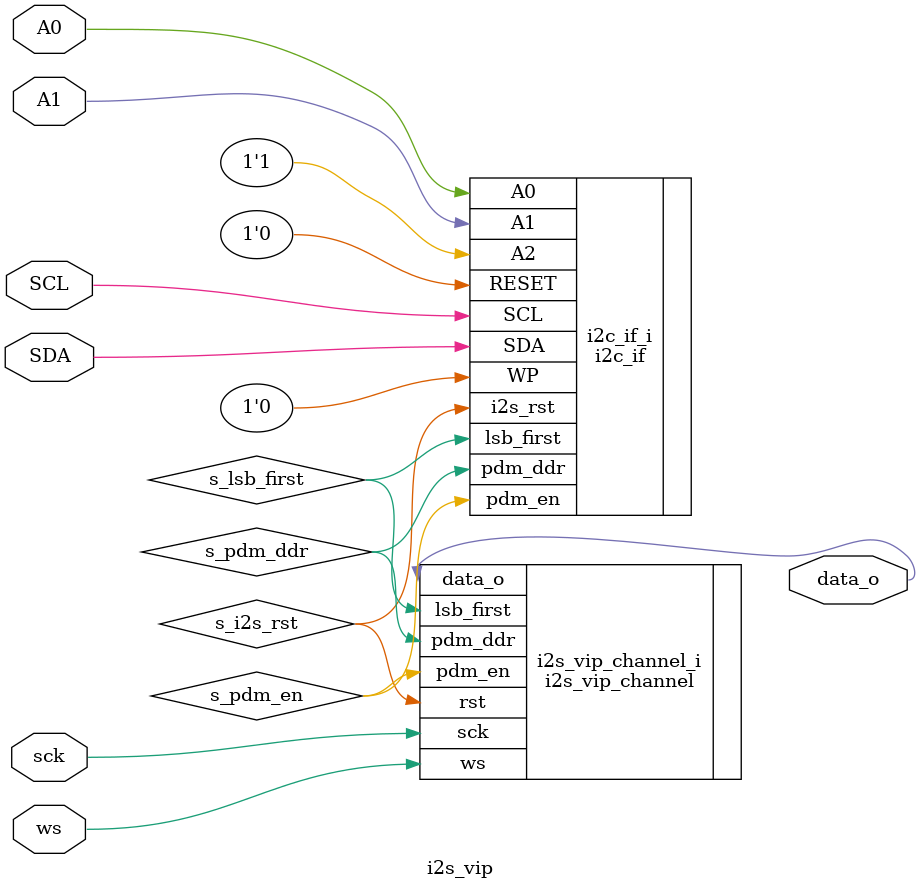
<source format=sv>
module i2s_vip #(
	parameter I2S_CHAN = 4'h1
) (

   input   logic        A0,                             // chip select bit
   input   logic        A1,                             // chip select bit
   inout   wire         SDA,                            // serial data I/O
   input   wire         SCL,                            // serial data clock
   input   logic        sck,
   input   logic        ws,
   output  logic        data_o
);

i2s_vip_channel #(
	.I2S_CHAN(I2S_CHAN)
) i2s_vip_channel_i (
    .rst(s_i2s_rst),
	.pdm_ddr(s_pdm_ddr),
	.pdm_en(s_pdm_en),
	.lsb_first(s_lsb_first),
    .sck(sck),
    .ws(ws),
    .data_o(data_o)
);

i2c_if i2c_if_i (
	.A0(A0),
	.A1(A1),
	.A2(1'b1),
	.WP(1'b0),
	.SDA(SDA),
	.SCL(SCL),
	.RESET(1'b0),
	.pdm_ddr(s_pdm_ddr),
	.pdm_en(s_pdm_en),
	.lsb_first(s_lsb_first),
	.i2s_rst(s_i2s_rst)
);

endmodule 
</source>
